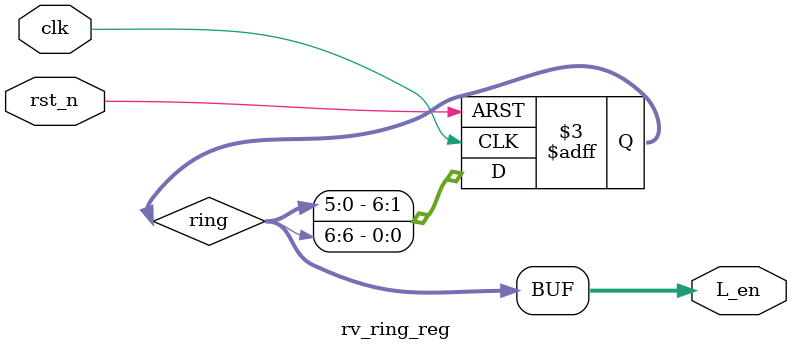
<source format=v>
module rv_ring_reg
#(
parameter WIDTH=7
)
(
  input clk,
  input rst_n,
  output  [WIDTH-1:0] L_en
);

reg [WIDTH-1:0] ring;
always@(posedge clk or negedge rst_n)
  begin
    if(!rst_n)
      ring   <= 8'b00000001;
    else
      ring <= {ring[WIDTH-2:0],ring[WIDTH-1]};
    end
assign L_en = ring;
  
endmodule
</source>
